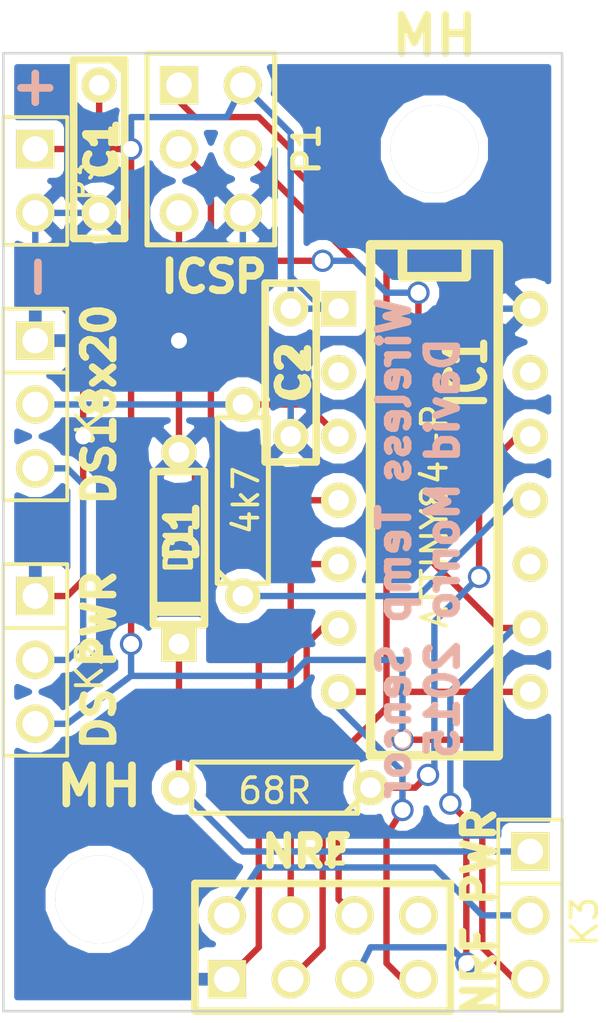
<source format=kicad_pcb>
(kicad_pcb (version 3) (host pcbnew "(25-Oct-2014 BZR 4029)-stable")

  (general
    (links 31)
    (no_connects 0)
    (area -12.683066 13.38072 64.118066 55.4736)
    (thickness 1.6)
    (drawings 17)
    (tracks 153)
    (zones 0)
    (modules 14)
    (nets 15)
  )

  (page A3)
  (layers
    (15 F.Cu signal)
    (0 B.Cu signal)
    (20 B.SilkS user)
    (21 F.SilkS user)
    (22 B.Mask user)
    (23 F.Mask user)
    (24 Dwgs.User user hide)
    (25 Cmts.User user)
    (26 Eco1.User user hide)
    (27 Eco2.User user hide)
    (28 Edge.Cuts user)
  )

  (setup
    (last_trace_width 0.254)
    (trace_clearance 0.254)
    (zone_clearance 0.381)
    (zone_45_only no)
    (trace_min 0.254)
    (segment_width 0.2)
    (edge_width 0.1)
    (via_size 0.889)
    (via_drill 0.635)
    (via_min_size 0.889)
    (via_min_drill 0.508)
    (uvia_size 0.508)
    (uvia_drill 0.127)
    (uvias_allowed no)
    (uvia_min_size 0.508)
    (uvia_min_drill 0.127)
    (pcb_text_width 0.3)
    (pcb_text_size 1.2 1.2)
    (mod_edge_width 0.15)
    (mod_text_size 1 1)
    (mod_text_width 0.15)
    (pad_size 10.16 10.16)
    (pad_drill 6.096)
    (pad_to_mask_clearance 0)
    (aux_axis_origin 15.24 15.24)
    (visible_elements FFFEFFBF)
    (pcbplotparams
      (layerselection 284196865)
      (usegerberextensions true)
      (excludeedgelayer true)
      (linewidth 0.150000)
      (plotframeref false)
      (viasonmask false)
      (mode 1)
      (useauxorigin false)
      (hpglpennumber 1)
      (hpglpenspeed 20)
      (hpglpendiameter 15)
      (hpglpenoverlay 2)
      (psnegative false)
      (psa4output false)
      (plotreference false)
      (plotvalue true)
      (plotothertext true)
      (plotinvisibletext false)
      (padsonsilk false)
      (subtractmaskfromsilk false)
      (outputformat 1)
      (mirror false)
      (drillshape 0)
      (scaleselection 1)
      (outputdirectory ""))
  )

  (net 0 "")
  (net 1 GND)
  (net 2 N-000001)
  (net 3 N-0000010)
  (net 4 N-0000011)
  (net 5 N-0000012)
  (net 6 N-0000013)
  (net 7 N-0000018)
  (net 8 N-000002)
  (net 9 N-000003)
  (net 10 N-000004)
  (net 11 N-000005)
  (net 12 N-000006)
  (net 13 N-000008)
  (net 14 VCC)

  (net_class Default "This is the default net class."
    (clearance 0.254)
    (trace_width 0.254)
    (via_dia 0.889)
    (via_drill 0.635)
    (uvia_dia 0.508)
    (uvia_drill 0.127)
    (add_net "")
    (add_net GND)
    (add_net N-000001)
    (add_net N-0000010)
    (add_net N-0000011)
    (add_net N-0000012)
    (add_net N-0000013)
    (add_net N-0000018)
    (add_net N-000002)
    (add_net N-000003)
    (add_net N-000004)
    (add_net N-000005)
    (add_net N-000006)
    (add_net N-000008)
    (add_net VCC)
  )

  (module R3 (layer F.Cu) (tedit 4E4C0E65) (tstamp 55BC36F9)
    (at 24.765 33.02 90)
    (descr "Resitance 3 pas")
    (tags R)
    (path /559D1B6C)
    (autoplace_cost180 10)
    (fp_text reference R2 (at 0 0.127 90) (layer F.SilkS) hide
      (effects (font (size 1.397 1.27) (thickness 0.2032)))
    )
    (fp_text value 4k7 (at 0 0.127 90) (layer F.SilkS)
      (effects (font (size 1 1) (thickness 0.15)))
    )
    (fp_line (start -3.81 0) (end -3.302 0) (layer F.SilkS) (width 0.2032))
    (fp_line (start 3.81 0) (end 3.302 0) (layer F.SilkS) (width 0.2032))
    (fp_line (start 3.302 0) (end 3.302 -1.016) (layer F.SilkS) (width 0.2032))
    (fp_line (start 3.302 -1.016) (end -3.302 -1.016) (layer F.SilkS) (width 0.2032))
    (fp_line (start -3.302 -1.016) (end -3.302 1.016) (layer F.SilkS) (width 0.2032))
    (fp_line (start -3.302 1.016) (end 3.302 1.016) (layer F.SilkS) (width 0.2032))
    (fp_line (start 3.302 1.016) (end 3.302 0) (layer F.SilkS) (width 0.2032))
    (fp_line (start -3.302 -0.508) (end -2.794 -1.016) (layer F.SilkS) (width 0.2032))
    (pad 1 thru_hole circle (at -3.81 0 90) (size 1.397 1.397) (drill 0.8128)
      (layers *.Cu *.Mask F.SilkS)
      (net 13 N-000008)
    )
    (pad 2 thru_hole circle (at 3.81 0 90) (size 1.397 1.397) (drill 0.8128)
      (layers *.Cu *.Mask F.SilkS)
      (net 3 N-0000010)
    )
    (model discret/resistor.wrl
      (at (xyz 0 0 0))
      (scale (xyz 0.3 0.3 0.3))
      (rotate (xyz 0 0 0))
    )
  )

  (module R3 (layer F.Cu) (tedit 55BE0A20) (tstamp 55BC581D)
    (at 26.035 44.45 180)
    (descr "Resitance 3 pas")
    (tags R)
    (path /559D1CAC)
    (autoplace_cost180 10)
    (fp_text reference R1 (at 0 0.127 180) (layer F.SilkS) hide
      (effects (font (size 1.397 1.27) (thickness 0.2032)))
    )
    (fp_text value 68R (at 0 -0.127 180) (layer F.SilkS)
      (effects (font (size 1 1) (thickness 0.15)))
    )
    (fp_line (start -3.81 0) (end -3.302 0) (layer F.SilkS) (width 0.2032))
    (fp_line (start 3.81 0) (end 3.302 0) (layer F.SilkS) (width 0.2032))
    (fp_line (start 3.302 0) (end 3.302 -1.016) (layer F.SilkS) (width 0.2032))
    (fp_line (start 3.302 -1.016) (end -3.302 -1.016) (layer F.SilkS) (width 0.2032))
    (fp_line (start -3.302 -1.016) (end -3.302 1.016) (layer F.SilkS) (width 0.2032))
    (fp_line (start -3.302 1.016) (end 3.302 1.016) (layer F.SilkS) (width 0.2032))
    (fp_line (start 3.302 1.016) (end 3.302 0) (layer F.SilkS) (width 0.2032))
    (fp_line (start -3.302 -0.508) (end -2.794 -1.016) (layer F.SilkS) (width 0.2032))
    (pad 1 thru_hole circle (at -3.81 0 180) (size 1.397 1.397) (drill 0.8128)
      (layers *.Cu *.Mask F.SilkS)
      (net 7 N-0000018)
    )
    (pad 2 thru_hole circle (at 3.81 0 180) (size 1.397 1.397) (drill 0.8128)
      (layers *.Cu *.Mask F.SilkS)
      (net 12 N-000006)
    )
    (model discret/resistor.wrl
      (at (xyz 0 0 0))
      (scale (xyz 0.3 0.3 0.3))
      (rotate (xyz 0 0 0))
    )
  )

  (module pin_array_4x2 (layer F.Cu) (tedit 3FAB90E6) (tstamp 55BC1EED)
    (at 27.94 50.8)
    (descr "Double rangee de contacts 2 x 4 pins")
    (tags CONN)
    (path /559D1F78)
    (fp_text reference P2 (at 0 -3.81) (layer F.SilkS)
      (effects (font (size 1.016 1.016) (thickness 0.2032)))
    )
    (fp_text value CONN_4X2 (at 0 3.81) (layer F.SilkS) hide
      (effects (font (size 1.016 1.016) (thickness 0.2032)))
    )
    (fp_line (start -5.08 -2.54) (end 5.08 -2.54) (layer F.SilkS) (width 0.3048))
    (fp_line (start 5.08 -2.54) (end 5.08 2.54) (layer F.SilkS) (width 0.3048))
    (fp_line (start 5.08 2.54) (end -5.08 2.54) (layer F.SilkS) (width 0.3048))
    (fp_line (start -5.08 2.54) (end -5.08 -2.54) (layer F.SilkS) (width 0.3048))
    (pad 1 thru_hole rect (at -3.81 1.27) (size 1.524 1.524) (drill 1.016)
      (layers *.Cu *.Mask F.SilkS)
      (net 1 GND)
    )
    (pad 2 thru_hole circle (at -3.81 -1.27) (size 1.524 1.524) (drill 1.016)
      (layers *.Cu *.Mask F.SilkS)
      (net 11 N-000005)
    )
    (pad 3 thru_hole circle (at -1.27 1.27) (size 1.524 1.524) (drill 1.016)
      (layers *.Cu *.Mask F.SilkS)
      (net 5 N-0000012)
    )
    (pad 4 thru_hole circle (at -1.27 -1.27) (size 1.524 1.524) (drill 1.016)
      (layers *.Cu *.Mask F.SilkS)
      (net 6 N-0000013)
    )
    (pad 5 thru_hole circle (at 1.27 1.27) (size 1.524 1.524) (drill 1.016)
      (layers *.Cu *.Mask F.SilkS)
      (net 8 N-000002)
    )
    (pad 6 thru_hole circle (at 1.27 -1.27) (size 1.524 1.524) (drill 1.016)
      (layers *.Cu *.Mask F.SilkS)
      (net 10 N-000004)
    )
    (pad 7 thru_hole circle (at 3.81 1.27) (size 1.524 1.524) (drill 1.016)
      (layers *.Cu *.Mask F.SilkS)
      (net 9 N-000003)
    )
    (pad 8 thru_hole circle (at 3.81 -1.27) (size 1.524 1.524) (drill 1.016)
      (layers *.Cu *.Mask F.SilkS)
    )
    (model pin_array/pins_array_4x2.wrl
      (at (xyz 0 0 0))
      (scale (xyz 1 1 1))
      (rotate (xyz 0 0 0))
    )
  )

  (module pin_array_3x2 (layer F.Cu) (tedit 42931587) (tstamp 55BC1EFB)
    (at 23.495 19.05 270)
    (descr "Double rangee de contacts 2 x 4 pins")
    (tags CONN)
    (path /55BA1EF0)
    (fp_text reference P1 (at 0 -3.81 270) (layer F.SilkS)
      (effects (font (size 1.016 1.016) (thickness 0.2032)))
    )
    (fp_text value CONN_3X2 (at 0 3.81 270) (layer F.SilkS) hide
      (effects (font (size 1.016 1.016) (thickness 0.2032)))
    )
    (fp_line (start 3.81 2.54) (end -3.81 2.54) (layer F.SilkS) (width 0.2032))
    (fp_line (start -3.81 -2.54) (end 3.81 -2.54) (layer F.SilkS) (width 0.2032))
    (fp_line (start 3.81 -2.54) (end 3.81 2.54) (layer F.SilkS) (width 0.2032))
    (fp_line (start -3.81 2.54) (end -3.81 -2.54) (layer F.SilkS) (width 0.2032))
    (pad 1 thru_hole rect (at -2.54 1.27 270) (size 1.524 1.524) (drill 1.016)
      (layers *.Cu *.Mask F.SilkS)
      (net 10 N-000004)
    )
    (pad 2 thru_hole circle (at -2.54 -1.27 270) (size 1.524 1.524) (drill 1.016)
      (layers *.Cu *.Mask F.SilkS)
      (net 14 VCC)
    )
    (pad 3 thru_hole circle (at 0 1.27 270) (size 1.524 1.524) (drill 1.016)
      (layers *.Cu *.Mask F.SilkS)
      (net 8 N-000002)
    )
    (pad 4 thru_hole circle (at 0 -1.27 270) (size 1.524 1.524) (drill 1.016)
      (layers *.Cu *.Mask F.SilkS)
      (net 9 N-000003)
    )
    (pad 5 thru_hole circle (at 2.54 1.27 270) (size 1.524 1.524) (drill 1.016)
      (layers *.Cu *.Mask F.SilkS)
      (net 2 N-000001)
    )
    (pad 6 thru_hole circle (at 2.54 -1.27 270) (size 1.524 1.524) (drill 1.016)
      (layers *.Cu *.Mask F.SilkS)
      (net 1 GND)
    )
    (model pin_array/pins_array_3x2.wrl
      (at (xyz 0 0 0))
      (scale (xyz 1 1 1))
      (rotate (xyz 0 0 0))
    )
  )

  (module PIN_ARRAY_3X1 (layer F.Cu) (tedit 4C1130E0) (tstamp 55BC1F07)
    (at 16.51 29.21 270)
    (descr "Connecteur 3 pins")
    (tags "CONN DEV")
    (path /559D1FD8)
    (fp_text reference K1 (at 0.254 -2.159 270) (layer F.SilkS)
      (effects (font (size 1.016 1.016) (thickness 0.1524)))
    )
    (fp_text value CONN_3 (at 0 -2.159 270) (layer F.SilkS) hide
      (effects (font (size 1.016 1.016) (thickness 0.1524)))
    )
    (fp_line (start -3.81 1.27) (end -3.81 -1.27) (layer F.SilkS) (width 0.1524))
    (fp_line (start -3.81 -1.27) (end 3.81 -1.27) (layer F.SilkS) (width 0.1524))
    (fp_line (start 3.81 -1.27) (end 3.81 1.27) (layer F.SilkS) (width 0.1524))
    (fp_line (start 3.81 1.27) (end -3.81 1.27) (layer F.SilkS) (width 0.1524))
    (fp_line (start -1.27 -1.27) (end -1.27 1.27) (layer F.SilkS) (width 0.1524))
    (pad 1 thru_hole rect (at -2.54 0 270) (size 1.524 1.524) (drill 1.016)
      (layers *.Cu *.Mask F.SilkS)
      (net 1 GND)
    )
    (pad 2 thru_hole circle (at 0 0 270) (size 1.524 1.524) (drill 1.016)
      (layers *.Cu *.Mask F.SilkS)
      (net 3 N-0000010)
    )
    (pad 3 thru_hole circle (at 2.54 0 270) (size 1.524 1.524) (drill 1.016)
      (layers *.Cu *.Mask F.SilkS)
      (net 4 N-0000011)
    )
    (model pin_array/pins_array_3x1.wrl
      (at (xyz 0 0 0))
      (scale (xyz 1 1 1))
      (rotate (xyz 0 0 0))
    )
  )

  (module DIP-14__300 (layer F.Cu) (tedit 55BE09BD) (tstamp 55BC1F20)
    (at 32.385 33.02 270)
    (descr "14 pins DIL package, round pads")
    (tags DIL)
    (path /559D18EB)
    (fp_text reference IC1 (at -5.08 -1.27 270) (layer F.SilkS)
      (effects (font (size 1.524 1.143) (thickness 0.3048)))
    )
    (fp_text value ATTINY84-P (at 0.635 0 270) (layer F.SilkS)
      (effects (font (size 1 1) (thickness 0.15)))
    )
    (fp_line (start -10.16 -2.54) (end 10.16 -2.54) (layer F.SilkS) (width 0.381))
    (fp_line (start 10.16 2.54) (end -10.16 2.54) (layer F.SilkS) (width 0.381))
    (fp_line (start -10.16 2.54) (end -10.16 -2.54) (layer F.SilkS) (width 0.381))
    (fp_line (start -10.16 -1.27) (end -8.89 -1.27) (layer F.SilkS) (width 0.381))
    (fp_line (start -8.89 -1.27) (end -8.89 1.27) (layer F.SilkS) (width 0.381))
    (fp_line (start -8.89 1.27) (end -10.16 1.27) (layer F.SilkS) (width 0.381))
    (fp_line (start 10.16 -2.54) (end 10.16 2.54) (layer F.SilkS) (width 0.381))
    (pad 1 thru_hole rect (at -7.62 3.81 270) (size 1.397 1.397) (drill 0.8128)
      (layers *.Cu *.Mask F.SilkS)
      (net 14 VCC)
    )
    (pad 2 thru_hole circle (at -5.08 3.81 270) (size 1.397 1.397) (drill 0.8128)
      (layers *.Cu *.Mask F.SilkS)
    )
    (pad 3 thru_hole circle (at -2.54 3.81 270) (size 1.397 1.397) (drill 0.8128)
      (layers *.Cu *.Mask F.SilkS)
      (net 3 N-0000010)
    )
    (pad 4 thru_hole circle (at 0 3.81 270) (size 1.397 1.397) (drill 0.8128)
      (layers *.Cu *.Mask F.SilkS)
      (net 2 N-000001)
    )
    (pad 5 thru_hole circle (at 2.54 3.81 270) (size 1.397 1.397) (drill 0.8128)
      (layers *.Cu *.Mask F.SilkS)
      (net 6 N-0000013)
    )
    (pad 6 thru_hole circle (at 5.08 3.81 270) (size 1.397 1.397) (drill 0.8128)
      (layers *.Cu *.Mask F.SilkS)
      (net 5 N-0000012)
    )
    (pad 7 thru_hole circle (at 7.62 3.81 270) (size 1.397 1.397) (drill 0.8128)
      (layers *.Cu *.Mask F.SilkS)
      (net 9 N-000003)
    )
    (pad 8 thru_hole circle (at 7.62 -3.81 270) (size 1.397 1.397) (drill 0.8128)
      (layers *.Cu *.Mask F.SilkS)
      (net 10 N-000004)
    )
    (pad 9 thru_hole circle (at 5.08 -3.81 270) (size 1.397 1.397) (drill 0.8128)
      (layers *.Cu *.Mask F.SilkS)
      (net 8 N-000002)
    )
    (pad 10 thru_hole circle (at 2.54 -3.81 270) (size 1.397 1.397) (drill 0.8128)
      (layers *.Cu *.Mask F.SilkS)
    )
    (pad 11 thru_hole circle (at 0 -3.81 270) (size 1.397 1.397) (drill 0.8128)
      (layers *.Cu *.Mask F.SilkS)
      (net 13 N-000008)
    )
    (pad 12 thru_hole circle (at -2.54 -3.81 270) (size 1.397 1.397) (drill 0.8128)
      (layers *.Cu *.Mask F.SilkS)
      (net 7 N-0000018)
    )
    (pad 13 thru_hole circle (at -5.08 -3.81 270) (size 1.397 1.397) (drill 0.8128)
      (layers *.Cu *.Mask F.SilkS)
    )
    (pad 14 thru_hole circle (at -7.62 -3.81 270) (size 1.397 1.397) (drill 0.8128)
      (layers *.Cu *.Mask F.SilkS)
      (net 1 GND)
    )
    (model dil/dil_14.wrl
      (at (xyz 0 0 0))
      (scale (xyz 1 1 1))
      (rotate (xyz 0 0 0))
    )
  )

  (module PIN_ARRAY_2X1 (layer F.Cu) (tedit 4565C520) (tstamp 55BC2053)
    (at 16.51 20.32 270)
    (descr "Connecteurs 2 pins")
    (tags "CONN DEV")
    (path /55BC1FCA)
    (fp_text reference P3 (at 0 -1.905 270) (layer F.SilkS)
      (effects (font (size 0.762 0.762) (thickness 0.1524)))
    )
    (fp_text value CONN_2 (at 0 -1.905 270) (layer F.SilkS) hide
      (effects (font (size 0.762 0.762) (thickness 0.1524)))
    )
    (fp_line (start -2.54 1.27) (end -2.54 -1.27) (layer F.SilkS) (width 0.1524))
    (fp_line (start -2.54 -1.27) (end 2.54 -1.27) (layer F.SilkS) (width 0.1524))
    (fp_line (start 2.54 -1.27) (end 2.54 1.27) (layer F.SilkS) (width 0.1524))
    (fp_line (start 2.54 1.27) (end -2.54 1.27) (layer F.SilkS) (width 0.1524))
    (pad 1 thru_hole rect (at -1.27 0 270) (size 1.524 1.524) (drill 1.016)
      (layers *.Cu *.Mask F.SilkS)
      (net 14 VCC)
    )
    (pad 2 thru_hole circle (at 1.27 0 270) (size 1.524 1.524) (drill 1.016)
      (layers *.Cu *.Mask F.SilkS)
      (net 1 GND)
    )
    (model pin_array/pins_array_2x1.wrl
      (at (xyz 0 0 0))
      (scale (xyz 1 1 1))
      (rotate (xyz 0 0 0))
    )
  )

  (module D3 (layer F.Cu) (tedit 200000) (tstamp 55BC6442)
    (at 22.225 34.925 270)
    (descr "Diode 3 pas")
    (tags "DIODE DEV")
    (path /559D1D4C)
    (fp_text reference D1 (at 0 0 270) (layer F.SilkS)
      (effects (font (size 1.016 1.016) (thickness 0.2032)))
    )
    (fp_text value 1N4729A (at 0 0 270) (layer F.SilkS) hide
      (effects (font (size 1.016 1.016) (thickness 0.2032)))
    )
    (fp_line (start 3.81 0) (end 3.048 0) (layer F.SilkS) (width 0.3048))
    (fp_line (start 3.048 0) (end 3.048 -1.016) (layer F.SilkS) (width 0.3048))
    (fp_line (start 3.048 -1.016) (end -3.048 -1.016) (layer F.SilkS) (width 0.3048))
    (fp_line (start -3.048 -1.016) (end -3.048 0) (layer F.SilkS) (width 0.3048))
    (fp_line (start -3.048 0) (end -3.81 0) (layer F.SilkS) (width 0.3048))
    (fp_line (start -3.048 0) (end -3.048 1.016) (layer F.SilkS) (width 0.3048))
    (fp_line (start -3.048 1.016) (end 3.048 1.016) (layer F.SilkS) (width 0.3048))
    (fp_line (start 3.048 1.016) (end 3.048 0) (layer F.SilkS) (width 0.3048))
    (fp_line (start 2.54 -1.016) (end 2.54 1.016) (layer F.SilkS) (width 0.3048))
    (fp_line (start 2.286 1.016) (end 2.286 -1.016) (layer F.SilkS) (width 0.3048))
    (pad 2 thru_hole rect (at 3.81 0 270) (size 1.397 1.397) (drill 0.8128)
      (layers *.Cu *.Mask F.SilkS)
      (net 12 N-000006)
    )
    (pad 1 thru_hole circle (at -3.81 0 270) (size 1.397 1.397) (drill 0.8128)
      (layers *.Cu *.Mask F.SilkS)
      (net 1 GND)
    )
    (model discret/diode.wrl
      (at (xyz 0 0 0))
      (scale (xyz 0.3 0.3 0.3))
      (rotate (xyz 0 0 0))
    )
  )

  (module PIN_ARRAY_3X1 (layer F.Cu) (tedit 4C1130E0) (tstamp 55BD8022)
    (at 16.51 39.37 270)
    (descr "Connecteur 3 pins")
    (tags "CONN DEV")
    (path /55BD7EE2)
    (fp_text reference K2 (at 0.254 -2.159 270) (layer F.SilkS)
      (effects (font (size 1.016 1.016) (thickness 0.1524)))
    )
    (fp_text value CONN_3 (at 0 -2.159 270) (layer F.SilkS) hide
      (effects (font (size 1.016 1.016) (thickness 0.1524)))
    )
    (fp_line (start -3.81 1.27) (end -3.81 -1.27) (layer F.SilkS) (width 0.1524))
    (fp_line (start -3.81 -1.27) (end 3.81 -1.27) (layer F.SilkS) (width 0.1524))
    (fp_line (start 3.81 -1.27) (end 3.81 1.27) (layer F.SilkS) (width 0.1524))
    (fp_line (start 3.81 1.27) (end -3.81 1.27) (layer F.SilkS) (width 0.1524))
    (fp_line (start -1.27 -1.27) (end -1.27 1.27) (layer F.SilkS) (width 0.1524))
    (pad 1 thru_hole rect (at -2.54 0 270) (size 1.524 1.524) (drill 1.016)
      (layers *.Cu *.Mask F.SilkS)
      (net 1 GND)
    )
    (pad 2 thru_hole circle (at 0 0 270) (size 1.524 1.524) (drill 1.016)
      (layers *.Cu *.Mask F.SilkS)
      (net 4 N-0000011)
    )
    (pad 3 thru_hole circle (at 2.54 0 270) (size 1.524 1.524) (drill 1.016)
      (layers *.Cu *.Mask F.SilkS)
      (net 14 VCC)
    )
    (model pin_array/pins_array_3x1.wrl
      (at (xyz 0 0 0))
      (scale (xyz 1 1 1))
      (rotate (xyz 0 0 0))
    )
  )

  (module PIN_ARRAY_3X1 (layer F.Cu) (tedit 4C1130E0) (tstamp 55BD802E)
    (at 36.195 49.53 270)
    (descr "Connecteur 3 pins")
    (tags "CONN DEV")
    (path /55BD7FD3)
    (fp_text reference K3 (at 0.254 -2.159 270) (layer F.SilkS)
      (effects (font (size 1.016 1.016) (thickness 0.1524)))
    )
    (fp_text value CONN_3 (at 0 -2.159 270) (layer F.SilkS) hide
      (effects (font (size 1.016 1.016) (thickness 0.1524)))
    )
    (fp_line (start -3.81 1.27) (end -3.81 -1.27) (layer F.SilkS) (width 0.1524))
    (fp_line (start -3.81 -1.27) (end 3.81 -1.27) (layer F.SilkS) (width 0.1524))
    (fp_line (start 3.81 -1.27) (end 3.81 1.27) (layer F.SilkS) (width 0.1524))
    (fp_line (start 3.81 1.27) (end -3.81 1.27) (layer F.SilkS) (width 0.1524))
    (fp_line (start -1.27 -1.27) (end -1.27 1.27) (layer F.SilkS) (width 0.1524))
    (pad 1 thru_hole rect (at -2.54 0 270) (size 1.524 1.524) (drill 1.016)
      (layers *.Cu *.Mask F.SilkS)
      (net 12 N-000006)
    )
    (pad 2 thru_hole circle (at 0 0 270) (size 1.524 1.524) (drill 1.016)
      (layers *.Cu *.Mask F.SilkS)
      (net 11 N-000005)
    )
    (pad 3 thru_hole circle (at 2.54 0 270) (size 1.524 1.524) (drill 1.016)
      (layers *.Cu *.Mask F.SilkS)
      (net 14 VCC)
    )
    (model pin_array/pins_array_3x1.wrl
      (at (xyz 0 0 0))
      (scale (xyz 1 1 1))
      (rotate (xyz 0 0 0))
    )
  )

  (module MountingHole_3-5mm_RevA_Date21Jun2010 (layer F.Cu) (tedit 4C1FDF2D) (tstamp 55BF7BCA)
    (at 32.385 19.05)
    (descr "Mounting hole, Befestigungsbohrung, 3,5mm, No Annular, Kein Restring,")
    (tags "Mounting hole, Befestigungsbohrung, 3,5mm, No Annular, Kein Restring,")
    (fp_text reference MH (at 0 -4.50088) (layer F.SilkS)
      (effects (font (size 1.524 1.524) (thickness 0.3048)))
    )
    (fp_text value MountingHole_3-5mm_RevA_Date21Jun2010 (at 0 5.00126) (layer F.SilkS) hide
      (effects (font (size 1.524 1.524) (thickness 0.3048)))
    )
    (fp_circle (center 0 0) (end 3.50012 0) (layer Cmts.User) (width 0.381))
    (pad 1 thru_hole circle (at 0 0) (size 3.50012 3.50012) (drill 3.50012)
      (layers)
    )
  )

  (module MountingHole_3-5mm_RevA_Date21Jun2010 (layer F.Cu) (tedit 4C1FDF2D) (tstamp 55BF7BD5)
    (at 19.05 48.895)
    (descr "Mounting hole, Befestigungsbohrung, 3,5mm, No Annular, Kein Restring,")
    (tags "Mounting hole, Befestigungsbohrung, 3,5mm, No Annular, Kein Restring,")
    (fp_text reference MH (at 0 -4.50088) (layer F.SilkS)
      (effects (font (size 1.524 1.524) (thickness 0.3048)))
    )
    (fp_text value MountingHole_3-5mm_RevA_Date21Jun2010 (at 0 5.00126) (layer F.SilkS) hide
      (effects (font (size 1.524 1.524) (thickness 0.3048)))
    )
    (fp_circle (center 0 0) (end 3.50012 0) (layer Cmts.User) (width 0.381))
    (pad 1 thru_hole circle (at 0 0) (size 3.50012 3.50012) (drill 3.50012)
      (layers)
    )
  )

  (module C2 (layer F.Cu) (tedit 200000) (tstamp 55BF5062)
    (at 26.67 27.94 270)
    (descr "Condensateur = 2 pas")
    (tags C)
    (path /55BF4F9D)
    (fp_text reference C2 (at 0 0 270) (layer F.SilkS)
      (effects (font (size 1.016 1.016) (thickness 0.2032)))
    )
    (fp_text value 100nF (at 0 0 270) (layer F.SilkS) hide
      (effects (font (size 1.016 1.016) (thickness 0.2032)))
    )
    (fp_line (start -3.556 -1.016) (end 3.556 -1.016) (layer F.SilkS) (width 0.3048))
    (fp_line (start 3.556 -1.016) (end 3.556 1.016) (layer F.SilkS) (width 0.3048))
    (fp_line (start 3.556 1.016) (end -3.556 1.016) (layer F.SilkS) (width 0.3048))
    (fp_line (start -3.556 1.016) (end -3.556 -1.016) (layer F.SilkS) (width 0.3048))
    (fp_line (start -3.556 -0.508) (end -3.048 -1.016) (layer F.SilkS) (width 0.3048))
    (pad 1 thru_hole circle (at -2.54 0 270) (size 1.397 1.397) (drill 0.8128)
      (layers *.Cu *.Mask F.SilkS)
      (net 14 VCC)
    )
    (pad 2 thru_hole circle (at 2.54 0 270) (size 1.397 1.397) (drill 0.8128)
      (layers *.Cu *.Mask F.SilkS)
      (net 1 GND)
    )
    (model discret/capa_2pas_5x5mm.wrl
      (at (xyz 0 0 0))
      (scale (xyz 1 1 1))
      (rotate (xyz 0 0 0))
    )
  )

  (module C2 (layer F.Cu) (tedit 200000) (tstamp 55BF506D)
    (at 19.05 19.05 270)
    (descr "Condensateur = 2 pas")
    (tags C)
    (path /55BF4FAC)
    (fp_text reference C1 (at 0 0 270) (layer F.SilkS)
      (effects (font (size 1.016 1.016) (thickness 0.2032)))
    )
    (fp_text value 1uF (at 0 0 270) (layer F.SilkS) hide
      (effects (font (size 1.016 1.016) (thickness 0.2032)))
    )
    (fp_line (start -3.556 -1.016) (end 3.556 -1.016) (layer F.SilkS) (width 0.3048))
    (fp_line (start 3.556 -1.016) (end 3.556 1.016) (layer F.SilkS) (width 0.3048))
    (fp_line (start 3.556 1.016) (end -3.556 1.016) (layer F.SilkS) (width 0.3048))
    (fp_line (start -3.556 1.016) (end -3.556 -1.016) (layer F.SilkS) (width 0.3048))
    (fp_line (start -3.556 -0.508) (end -3.048 -1.016) (layer F.SilkS) (width 0.3048))
    (pad 1 thru_hole circle (at -2.54 0 270) (size 1.397 1.397) (drill 0.8128)
      (layers *.Cu *.Mask F.SilkS)
      (net 14 VCC)
    )
    (pad 2 thru_hole circle (at 2.54 0 270) (size 1.397 1.397) (drill 0.8128)
      (layers *.Cu *.Mask F.SilkS)
      (net 1 GND)
    )
    (model discret/capa_2pas_5x5mm.wrl
      (at (xyz 0 0 0))
      (scale (xyz 1 1 1))
      (rotate (xyz 0 0 0))
    )
  )

  (gr_text C1 (at 19.177 19.05 90) (layer F.SilkS)
    (effects (font (size 1.2 1.2) (thickness 0.3)))
  )
  (gr_text C2 (at 26.797 27.94 90) (layer F.SilkS)
    (effects (font (size 1.2 1.2) (thickness 0.3)))
  )
  (gr_text "NRF PWR" (at 34.163 49.403 90) (layer F.SilkS)
    (effects (font (size 1.2 1.2) (thickness 0.3)))
  )
  (gr_text "DS PWR" (at 19.05 39.37 90) (layer F.SilkS)
    (effects (font (size 1.2 1.2) (thickness 0.3)))
  )
  (gr_line (start 15.24 53.34) (end 15.24 15.24) (angle 90) (layer Edge.Cuts) (width 0.1))
  (gr_line (start 37.465 53.34) (end 15.24 53.34) (angle 90) (layer Edge.Cuts) (width 0.1))
  (gr_line (start 37.465 15.24) (end 37.465 53.34) (angle 90) (layer Edge.Cuts) (width 0.1))
  (gr_line (start 15.24 15.24) (end 37.465 15.24) (angle 90) (layer Edge.Cuts) (width 0.1))
  (gr_text NRF (at 27.305 46.99) (layer F.SilkS)
    (effects (font (size 1.2 1.2) (thickness 0.3)))
  )
  (gr_text DS18x20 (at 19.05 29.21 90) (layer F.SilkS)
    (effects (font (size 1.2 1.2) (thickness 0.3)))
  )
  (gr_text D1 (at 22.352 34.29 90) (layer F.SilkS)
    (effects (font (size 1.2 1.2) (thickness 0.3)))
  )
  (gr_text ICSP (at 23.622 24.13) (layer F.SilkS)
    (effects (font (size 1.2 1.2) (thickness 0.3)))
  )
  (gr_text - (at 16.51 24.13 90) (layer B.SilkS)
    (effects (font (size 1.5 1.5) (thickness 0.3)) (justify mirror))
  )
  (gr_text + (at 16.51 16.51) (layer B.SilkS)
    (effects (font (size 1.5 1.5) (thickness 0.3)) (justify mirror))
  )
  (gr_text - (at 16.51 24.13 90) (layer F.SilkS)
    (effects (font (size 1.5 1.5) (thickness 0.3)))
  )
  (gr_text + (at 16.51 16.51) (layer F.SilkS)
    (effects (font (size 1.5 1.5) (thickness 0.3)))
  )
  (gr_text "Wireless Temp Sensor\nDavid Monro 2015" (at 31.75 34.925 90) (layer B.SilkS)
    (effects (font (size 1.2 1.2) (thickness 0.3)) (justify mirror))
  )

  (via (at 18.415 30.48) (size 0.889) (layers F.Cu B.Cu) (net 1))
  (segment (start 26.67 26.67) (end 26.67 30.48) (width 0.254) (layer B.Cu) (net 1))
  (segment (start 19.05 21.59) (end 16.51 21.59) (width 0.254) (layer B.Cu) (net 1))
  (segment (start 25.4 41.275) (end 25.4 39.37) (width 0.254) (layer F.Cu) (net 1))
  (segment (start 25.4 50.8) (end 25.4 41.275) (width 0.254) (layer F.Cu) (net 1) (tstamp 55BE6459))
  (segment (start 24.13 52.07) (end 25.4 50.8) (width 0.254) (layer F.Cu) (net 1) (status 10))
  (segment (start 22.86 31.75) (end 22.225 31.115) (width 0.254) (layer F.Cu) (net 1) (tstamp 55BE64B8) (status 20))
  (segment (start 22.86 36.83) (end 22.86 31.75) (width 0.254) (layer F.Cu) (net 1) (tstamp 55BE64B6))
  (segment (start 25.4 39.37) (end 22.86 36.83) (width 0.254) (layer F.Cu) (net 1) (tstamp 55BE64B4))
  (segment (start 22.225 31.115) (end 22.225 26.67) (width 0.254) (layer F.Cu) (net 1) (status 10))
  (via (at 22.225 26.67) (size 0.889) (layers F.Cu B.Cu) (net 1))
  (segment (start 30.48 26.67) (end 26.67 26.67) (width 0.254) (layer B.Cu) (net 1) (tstamp 55BD89E3))
  (segment (start 26.67 26.67) (end 24.765 26.67) (width 0.254) (layer B.Cu) (net 1) (tstamp 55BF5159))
  (segment (start 16.51 26.67) (end 17.145 26.67) (width 0.254) (layer F.Cu) (net 1) (status 30))
  (segment (start 18.415 27.305) (end 18.415 30.48) (width 0.254) (layer F.Cu) (net 1) (tstamp 55BD869C))
  (segment (start 18.415 30.48) (end 18.415 36.195) (width 0.254) (layer F.Cu) (net 1) (tstamp 55BF5270))
  (segment (start 17.145 26.67) (end 17.78 26.67) (width 0.254) (layer F.Cu) (net 1) (tstamp 55BD8698) (status 10))
  (segment (start 17.78 26.67) (end 18.415 27.305) (width 0.254) (layer F.Cu) (net 1) (tstamp 55BE6575) (status 10))
  (segment (start 16.51 36.83) (end 17.78 36.83) (width 0.254) (layer F.Cu) (net 1) (status 10))
  (segment (start 17.78 36.83) (end 18.415 36.195) (width 0.254) (layer F.Cu) (net 1) (tstamp 55BE656E) (status 10))
  (segment (start 16.51 21.59) (end 16.51 26.67) (width 0.254) (layer B.Cu) (net 1) (status 10))
  (segment (start 16.51 26.67) (end 22.225 26.67) (width 0.254) (layer B.Cu) (net 1) (tstamp 55BC5010) (status 10))
  (segment (start 22.225 26.67) (end 24.765 26.67) (width 0.254) (layer B.Cu) (net 1) (tstamp 55BD8D12) (status 10))
  (segment (start 36.195 25.4) (end 32.385 25.4) (width 0.254) (layer B.Cu) (net 1) (status 10))
  (segment (start 24.765 25.4) (end 24.765 21.59) (width 0.254) (layer B.Cu) (net 1) (tstamp 55BC4DB1) (status 20))
  (segment (start 24.765 26.67) (end 24.765 25.4) (width 0.254) (layer B.Cu) (net 1) (tstamp 55BC4DAF))
  (segment (start 31.115 26.67) (end 30.48 26.67) (width 0.254) (layer B.Cu) (net 1) (tstamp 55BC4DAD))
  (segment (start 32.385 25.4) (end 31.115 26.67) (width 0.254) (layer B.Cu) (net 1) (tstamp 55BC4DAA))
  (segment (start 22.225 21.59) (end 22.225 24.765) (width 0.254) (layer F.Cu) (net 2))
  (segment (start 26.035 33.02) (end 28.575 33.02) (width 0.254) (layer F.Cu) (net 2) (tstamp 55BF5190))
  (segment (start 23.495 30.48) (end 26.035 33.02) (width 0.254) (layer F.Cu) (net 2) (tstamp 55BF518B))
  (segment (start 23.495 26.035) (end 23.495 30.48) (width 0.254) (layer F.Cu) (net 2) (tstamp 55BF5186))
  (segment (start 22.225 24.765) (end 23.495 26.035) (width 0.254) (layer F.Cu) (net 2) (tstamp 55BF517C))
  (segment (start 24.765 29.21) (end 27.305 29.21) (width 0.254) (layer F.Cu) (net 3))
  (segment (start 27.305 29.21) (end 28.575 30.48) (width 0.254) (layer F.Cu) (net 3) (tstamp 55BF5170))
  (segment (start 24.765 29.21) (end 16.51 29.21) (width 0.254) (layer B.Cu) (net 3) (status 10))
  (segment (start 16.51 39.37) (end 17.78 39.37) (width 0.254) (layer B.Cu) (net 4) (status 10))
  (segment (start 17.78 31.75) (end 16.51 31.75) (width 0.254) (layer B.Cu) (net 4) (tstamp 55BD8244) (status 20))
  (segment (start 18.415 32.385) (end 17.78 31.75) (width 0.254) (layer B.Cu) (net 4) (tstamp 55BD8242))
  (segment (start 18.415 38.735) (end 18.415 32.385) (width 0.254) (layer B.Cu) (net 4) (tstamp 55BD823F))
  (segment (start 17.78 39.37) (end 18.415 38.735) (width 0.254) (layer B.Cu) (net 4) (tstamp 55BD823B))
  (segment (start 27.94 50.8) (end 27.94 42.545) (width 0.254) (layer F.Cu) (net 5))
  (segment (start 27.94 38.1) (end 28.575 38.1) (width 0.254) (layer F.Cu) (net 5) (tstamp 55BF7C61))
  (segment (start 27.305 38.735) (end 27.94 38.1) (width 0.254) (layer F.Cu) (net 5) (tstamp 55BF7C60))
  (segment (start 27.305 41.91) (end 27.305 38.735) (width 0.254) (layer F.Cu) (net 5) (tstamp 55BF7C5F))
  (segment (start 27.94 42.545) (end 27.305 41.91) (width 0.254) (layer F.Cu) (net 5) (tstamp 55BF7C5E))
  (segment (start 27.94 50.8) (end 26.67 52.07) (width 0.254) (layer F.Cu) (net 5) (tstamp 55BE642A) (status 20))
  (segment (start 27.94 50.8) (end 27.94 50.8) (width 0.254) (layer F.Cu) (net 5) (tstamp 55BF7C51))
  (segment (start 27.94 50.8) (end 27.94 50.8) (width 0.254) (layer F.Cu) (net 5) (tstamp 55BF7C31))
  (segment (start 28.575 35.56) (end 27.305 35.56) (width 0.254) (layer F.Cu) (net 6))
  (segment (start 26.67 36.195) (end 26.67 49.53) (width 0.254) (layer F.Cu) (net 6) (tstamp 55BE6425) (status 20))
  (segment (start 27.305 35.56) (end 26.67 36.195) (width 0.254) (layer F.Cu) (net 6) (tstamp 55BE6424))
  (segment (start 29.845 44.45) (end 31.623 44.45) (width 0.254) (layer F.Cu) (net 7))
  (segment (start 35.687 30.48) (end 36.195 30.48) (width 0.254) (layer F.Cu) (net 7) (tstamp 55BD8FEE))
  (segment (start 34.163 32.004) (end 35.687 30.48) (width 0.254) (layer F.Cu) (net 7) (tstamp 55BD8FE7))
  (segment (start 34.163 36.068) (end 34.163 32.004) (width 0.254) (layer F.Cu) (net 7) (tstamp 55BD8FE6))
  (via (at 34.163 36.068) (size 0.889) (layers F.Cu B.Cu) (net 7))
  (segment (start 32.385 37.846) (end 34.163 36.068) (width 0.254) (layer B.Cu) (net 7) (tstamp 55BD8FDE))
  (segment (start 32.385 43.688) (end 32.385 37.846) (width 0.254) (layer B.Cu) (net 7) (tstamp 55BD8FD6))
  (segment (start 32.131 43.942) (end 32.385 43.688) (width 0.254) (layer B.Cu) (net 7) (tstamp 55BD8FD5))
  (via (at 32.131 43.942) (size 0.889) (layers F.Cu B.Cu) (net 7))
  (segment (start 31.623 44.45) (end 32.131 43.942) (width 0.254) (layer F.Cu) (net 7) (tstamp 55BD8FCC))
  (segment (start 23.495 22.86) (end 23.495 20.32) (width 0.254) (layer F.Cu) (net 8))
  (via (at 27.94 23.495) (size 0.889) (layers F.Cu B.Cu) (net 8))
  (segment (start 27.94 23.495) (end 29.21 23.495) (width 0.254) (layer B.Cu) (net 8) (tstamp 55BD8F65))
  (segment (start 31.75 24.765) (end 30.48 24.765) (width 0.254) (layer B.Cu) (net 8) (tstamp 55BE6536))
  (segment (start 29.845 24.13) (end 30.48 24.765) (width 0.254) (layer B.Cu) (net 8) (tstamp 55BE6406))
  (segment (start 29.21 23.495) (end 29.845 24.13) (width 0.254) (layer B.Cu) (net 8) (tstamp 55BD8F66))
  (segment (start 23.495 22.86) (end 24.13 23.495) (width 0.254) (layer F.Cu) (net 8) (tstamp 55BD8F51))
  (segment (start 24.13 23.495) (end 27.94 23.495) (width 0.254) (layer F.Cu) (net 8) (tstamp 55BE63E7))
  (segment (start 23.495 20.32) (end 22.225 19.05) (width 0.254) (layer F.Cu) (net 8) (tstamp 55BF7D03))
  (via (at 31.75 24.765) (size 0.889) (layers F.Cu B.Cu) (net 8))
  (segment (start 31.75 24.765) (end 31.75 24.765) (width 0.254) (layer B.Cu) (net 8) (tstamp 55BD8F6D))
  (segment (start 34.925 38.1) (end 36.195 38.1) (width 0.254) (layer F.Cu) (net 8) (tstamp 55BD8F7E))
  (segment (start 31.75 34.925) (end 34.925 38.1) (width 0.254) (layer F.Cu) (net 8) (tstamp 55BD8F74))
  (segment (start 31.75 24.765) (end 31.75 34.925) (width 0.254) (layer F.Cu) (net 8) (tstamp 55BD8F73))
  (segment (start 36.195 38.1) (end 35.56 38.1) (width 0.254) (layer B.Cu) (net 8) (status 30))
  (segment (start 35.56 38.1) (end 33.02 40.64) (width 0.254) (layer B.Cu) (net 8) (tstamp 55BD8A6D) (status 10))
  (segment (start 29.845 50.8) (end 29.21 52.07) (width 0.254) (layer B.Cu) (net 8) (tstamp 55BD8AB4) (status 20))
  (segment (start 33.02 50.8) (end 29.845 50.8) (width 0.254) (layer B.Cu) (net 8) (tstamp 55BD8AB3))
  (segment (start 33.655 51.435) (end 33.02 50.8) (width 0.254) (layer B.Cu) (net 8) (tstamp 55BD8AB2))
  (via (at 33.655 51.435) (size 0.889) (layers F.Cu B.Cu) (net 8))
  (segment (start 33.02 45.085) (end 33.655 45.72) (width 0.254) (layer F.Cu) (net 8) (tstamp 55BD8AAE))
  (segment (start 33.655 45.72) (end 33.655 51.435) (width 0.254) (layer F.Cu) (net 8) (tstamp 55BF7C7F))
  (via (at 33.02 45.085) (size 0.889) (layers F.Cu B.Cu) (net 8))
  (segment (start 33.02 40.64) (end 33.02 45.085) (width 0.254) (layer B.Cu) (net 8) (tstamp 55BD8A7B))
  (segment (start 24.765 19.05) (end 27.305 21.59) (width 0.254) (layer F.Cu) (net 9) (status 10))
  (segment (start 27.305 21.59) (end 29.845 24.13) (width 0.254) (layer F.Cu) (net 9) (tstamp 55BE6500))
  (segment (start 29.845 24.13) (end 29.845 40.64) (width 0.254) (layer F.Cu) (net 9) (tstamp 55BC4EC2))
  (segment (start 28.575 41.275) (end 31.115 43.815) (width 0.254) (layer B.Cu) (net 9) (tstamp 55BE649E))
  (segment (start 31.115 43.815) (end 31.115 45.339) (width 0.254) (layer B.Cu) (net 9) (tstamp 55BE649F))
  (via (at 31.115 45.339) (size 0.889) (layers F.Cu B.Cu) (net 9))
  (segment (start 28.575 41.275) (end 28.575 40.64) (width 0.254) (layer B.Cu) (net 9))
  (segment (start 30.48 46.355) (end 31.115 45.339) (width 0.254) (layer F.Cu) (net 9) (tstamp 55BF7C93))
  (segment (start 30.48 51.435) (end 30.48 46.355) (width 0.254) (layer F.Cu) (net 9) (tstamp 55BF7C92))
  (segment (start 29.845 40.64) (end 28.575 40.64) (width 0.254) (layer F.Cu) (net 9) (tstamp 55BC4EC6) (status 20))
  (segment (start 31.75 52.07) (end 31.115 52.07) (width 0.254) (layer F.Cu) (net 9))
  (segment (start 31.115 52.07) (end 30.48 51.435) (width 0.254) (layer F.Cu) (net 9) (tstamp 55BF7C91))
  (segment (start 22.225 16.51) (end 22.225 17.145) (width 0.254) (layer F.Cu) (net 10))
  (segment (start 30.48 23.495) (end 26.67 19.685) (width 0.254) (layer F.Cu) (net 10) (tstamp 55BE6569))
  (segment (start 30.48 40.005) (end 30.48 40.64) (width 0.254) (layer F.Cu) (net 10) (tstamp 55BE63C1))
  (segment (start 30.48 24.13) (end 30.48 40.005) (width 0.254) (layer F.Cu) (net 10) (tstamp 55BE63C0))
  (segment (start 30.48 24.13) (end 30.48 23.495) (width 0.254) (layer F.Cu) (net 10))
  (segment (start 26.67 19.05) (end 26.67 19.685) (width 0.254) (layer F.Cu) (net 10) (tstamp 55BF7CFB))
  (segment (start 25.4 17.78) (end 26.67 19.05) (width 0.254) (layer F.Cu) (net 10) (tstamp 55BF7CFA))
  (segment (start 22.86 17.78) (end 25.4 17.78) (width 0.254) (layer F.Cu) (net 10) (tstamp 55BF7CF9))
  (segment (start 22.225 17.145) (end 22.86 17.78) (width 0.254) (layer F.Cu) (net 10) (tstamp 55BF7CF8))
  (segment (start 30.48 40.64) (end 30.48 41.275) (width 0.254) (layer F.Cu) (net 10))
  (segment (start 28.575 43.18) (end 28.575 48.895) (width 0.254) (layer F.Cu) (net 10) (tstamp 55BD932C))
  (segment (start 28.575 48.895) (end 29.21 49.53) (width 0.254) (layer F.Cu) (net 10) (tstamp 55BD932E) (status 20))
  (segment (start 30.48 41.275) (end 28.575 43.18) (width 0.254) (layer F.Cu) (net 10) (tstamp 55BE6471))
  (segment (start 30.48 40.64) (end 32.385 40.64) (width 0.254) (layer F.Cu) (net 10) (tstamp 55BE63C2))
  (segment (start 32.385 40.64) (end 36.195 40.64) (width 0.254) (layer F.Cu) (net 10) (tstamp 55BD8EFA))
  (segment (start 36.195 49.53) (end 34.29 49.53) (width 0.254) (layer B.Cu) (net 11))
  (segment (start 25.4 47.625) (end 24.13 49.53) (width 0.254) (layer B.Cu) (net 11) (tstamp 55BE643E) (status 20))
  (segment (start 32.385 47.625) (end 25.4 47.625) (width 0.254) (layer B.Cu) (net 11) (tstamp 55BE643D))
  (segment (start 34.29 49.53) (end 32.385 47.625) (width 0.254) (layer B.Cu) (net 11) (tstamp 55BE643C))
  (segment (start 36.195 46.99) (end 24.765 46.99) (width 0.254) (layer B.Cu) (net 12))
  (segment (start 24.13 46.355) (end 22.225 44.45) (width 0.254) (layer B.Cu) (net 12) (tstamp 55BE6442))
  (segment (start 24.765 46.99) (end 24.13 46.355) (width 0.254) (layer B.Cu) (net 12) (tstamp 55BE6481))
  (segment (start 22.225 38.735) (end 22.225 44.45) (width 0.254) (layer F.Cu) (net 12) (status 10))
  (segment (start 24.765 36.83) (end 31.75 36.83) (width 0.254) (layer B.Cu) (net 13))
  (segment (start 35.56 33.02) (end 36.195 33.02) (width 0.254) (layer B.Cu) (net 13) (tstamp 55BF5328))
  (segment (start 31.75 36.83) (end 35.56 33.02) (width 0.254) (layer B.Cu) (net 13) (tstamp 55BF5319))
  (via (at 31.115 42.545) (size 0.889) (layers F.Cu B.Cu) (net 14))
  (segment (start 31.115 42.545) (end 34.29 42.545) (width 0.254) (layer F.Cu) (net 14) (tstamp 55BE6477))
  (segment (start 34.29 42.545) (end 34.29 50.8) (width 0.254) (layer F.Cu) (net 14) (tstamp 55BE6478))
  (segment (start 34.29 50.8) (end 35.56 52.07) (width 0.254) (layer F.Cu) (net 14) (tstamp 55BE6479))
  (segment (start 36.195 52.07) (end 35.56 52.07) (width 0.254) (layer F.Cu) (net 14) (tstamp 55BE647A))
  (segment (start 19.05 16.51) (end 19.05 19.05) (width 0.254) (layer F.Cu) (net 14))
  (segment (start 16.51 19.05) (end 19.05 19.05) (width 0.254) (layer F.Cu) (net 14))
  (segment (start 19.05 19.05) (end 20.32 19.05) (width 0.254) (layer F.Cu) (net 14) (tstamp 55BF566A))
  (segment (start 26.67 24.13) (end 26.67 25.4) (width 0.254) (layer B.Cu) (net 14))
  (segment (start 26.67 25.4) (end 28.575 25.4) (width 0.254) (layer B.Cu) (net 14) (tstamp 55BF5143))
  (segment (start 31.115 39.37) (end 27.305 39.37) (width 0.254) (layer B.Cu) (net 14))
  (segment (start 31.115 39.37) (end 31.115 42.545) (width 0.254) (layer B.Cu) (net 14) (tstamp 55BE6474))
  (segment (start 26.67 40.005) (end 20.32 40.005) (width 0.254) (layer B.Cu) (net 14) (tstamp 55BE64D8))
  (segment (start 27.305 39.37) (end 26.67 40.005) (width 0.254) (layer B.Cu) (net 14) (tstamp 55BE64D7))
  (segment (start 28.575 25.4) (end 27.94 25.4) (width 0.254) (layer B.Cu) (net 14))
  (segment (start 26.67 18.415) (end 24.765 16.51) (width 0.254) (layer B.Cu) (net 14) (tstamp 55BD92CE) (status 20))
  (segment (start 26.67 19.685) (end 26.67 18.415) (width 0.254) (layer B.Cu) (net 14) (tstamp 55BD92CD))
  (segment (start 26.67 24.13) (end 26.67 19.685) (width 0.254) (layer B.Cu) (net 14) (tstamp 55BD92C5))
  (segment (start 27.94 25.4) (end 26.67 24.13) (width 0.254) (layer B.Cu) (net 14) (tstamp 55BD92BE))
  (segment (start 16.51 41.91) (end 17.78 41.91) (width 0.254) (layer B.Cu) (net 14) (status 10))
  (via (at 20.32 19.05) (size 0.889) (layers F.Cu B.Cu) (net 14))
  (segment (start 20.32 38.735) (end 20.32 19.05) (width 0.254) (layer F.Cu) (net 14) (tstamp 55BD863E))
  (via (at 20.32 38.735) (size 0.889) (layers F.Cu B.Cu) (net 14))
  (segment (start 20.32 40.005) (end 20.32 38.735) (width 0.254) (layer B.Cu) (net 14) (tstamp 55BD8635))
  (segment (start 17.78 41.91) (end 20.32 40.005) (width 0.254) (layer B.Cu) (net 14) (tstamp 55BD8631))
  (segment (start 20.32 19.05) (end 20.32 19.05) (width 0.254) (layer B.Cu) (net 14) (tstamp 55BD85D9))
  (segment (start 24.13 17.78) (end 24.765 16.51) (width 0.254) (layer B.Cu) (net 14) (tstamp 55BC60B6) (status 20))
  (segment (start 20.32 19.05) (end 20.32 17.78) (width 0.254) (layer B.Cu) (net 14) (tstamp 55BD8646))
  (segment (start 20.32 17.78) (end 24.13 17.78) (width 0.254) (layer B.Cu) (net 14) (tstamp 55BF7CC8))

  (zone (net 1) (net_name GND) (layer B.Cu) (tstamp 55BE2822) (hatch edge 0.508)
    (connect_pads (clearance 0.381))
    (min_thickness 0.254)
    (fill (arc_segments 16) (thermal_gap 0.508) (thermal_bridge_width 0.508))
    (polygon
      (pts
        (xy 37.465 53.34) (xy 15.24 53.34) (xy 15.24 15.24) (xy 37.465 15.24)
      )
    )
    (filled_polygon
      (pts
        (xy 17.78 35.678076) (xy 17.632168 35.529987) (xy 17.398864 35.433111) (xy 17.146245 35.43289) (xy 16.79575 35.433)
        (xy 16.637 35.59175) (xy 16.637 36.703) (xy 16.657 36.703) (xy 16.657 36.957) (xy 16.637 36.957)
        (xy 16.637 36.977) (xy 16.383 36.977) (xy 16.383 36.957) (xy 16.363 36.957) (xy 16.363 36.703)
        (xy 16.383 36.703) (xy 16.383 35.59175) (xy 16.22425 35.433) (xy 15.873755 35.43289) (xy 15.798 35.432956)
        (xy 15.798 32.829486) (xy 16.256273 33.019778) (xy 16.76151 33.020219) (xy 17.228457 32.827281) (xy 17.586025 32.470336)
        (xy 17.590803 32.458828) (xy 17.78 32.648025) (xy 17.78 35.678076)
      )
    )
    (filled_polygon
      (pts
        (xy 36.907 32.025505) (xy 36.879319 31.997776) (xy 36.43604 31.813711) (xy 35.956065 31.813292) (xy 35.512466 31.996583)
        (xy 35.172776 32.335681) (xy 35.049562 32.632412) (xy 34.643451 33.038523) (xy 34.643451 18.602815) (xy 34.300406 17.772583)
        (xy 33.665758 17.136826) (xy 32.836126 16.792333) (xy 31.937815 16.791549) (xy 31.107583 17.134594) (xy 30.471826 17.769242)
        (xy 30.127333 18.598874) (xy 30.126549 19.497185) (xy 30.469594 20.327417) (xy 31.104242 20.963174) (xy 31.933874 21.307667)
        (xy 32.832185 21.308451) (xy 33.662417 20.965406) (xy 34.298174 20.330758) (xy 34.642667 19.501126) (xy 34.643451 18.602815)
        (xy 34.643451 33.038523) (xy 31.486974 36.195) (xy 29.617702 36.195) (xy 29.781289 35.80104) (xy 29.781708 35.321065)
        (xy 29.781708 32.781065) (xy 29.781708 30.241065) (xy 29.781708 27.701065) (xy 29.598417 27.257466) (xy 29.259319 26.917776)
        (xy 28.81604 26.733711) (xy 28.336065 26.733292) (xy 27.892466 26.916583) (xy 27.552776 27.255681) (xy 27.368711 27.69896)
        (xy 27.368292 28.178935) (xy 27.551583 28.622534) (xy 27.890681 28.962224) (xy 28.33396 29.146289) (xy 28.813935 29.146708)
        (xy 29.257534 28.963417) (xy 29.597224 28.624319) (xy 29.781289 28.18104) (xy 29.781708 27.701065) (xy 29.781708 30.241065)
        (xy 29.598417 29.797466) (xy 29.259319 29.457776) (xy 28.81604 29.273711) (xy 28.336065 29.273292) (xy 27.892466 29.456583)
        (xy 27.619219 29.729352) (xy 27.604186 29.725419) (xy 26.849605 30.48) (xy 27.604186 31.234581) (xy 27.619503 31.230572)
        (xy 27.890681 31.502224) (xy 28.33396 31.686289) (xy 28.813935 31.686708) (xy 29.257534 31.503417) (xy 29.597224 31.164319)
        (xy 29.781289 30.72104) (xy 29.781708 30.241065) (xy 29.781708 32.781065) (xy 29.598417 32.337466) (xy 29.259319 31.997776)
        (xy 28.81604 31.813711) (xy 28.336065 31.813292) (xy 27.892466 31.996583) (xy 27.552776 32.335681) (xy 27.424581 32.644409)
        (xy 27.424581 31.414186) (xy 26.67 30.659605) (xy 25.915419 31.414186) (xy 25.977072 31.649798) (xy 26.47748 31.825924)
        (xy 27.007198 31.797146) (xy 27.362928 31.649798) (xy 27.424581 31.414186) (xy 27.424581 32.644409) (xy 27.368711 32.77896)
        (xy 27.368292 33.258935) (xy 27.551583 33.702534) (xy 27.890681 34.042224) (xy 28.33396 34.226289) (xy 28.813935 34.226708)
        (xy 29.257534 34.043417) (xy 29.597224 33.704319) (xy 29.781289 33.26104) (xy 29.781708 32.781065) (xy 29.781708 35.321065)
        (xy 29.598417 34.877466) (xy 29.259319 34.537776) (xy 28.81604 34.353711) (xy 28.336065 34.353292) (xy 27.892466 34.536583)
        (xy 27.552776 34.875681) (xy 27.368711 35.31896) (xy 27.368292 35.798935) (xy 27.531942 36.195) (xy 25.808057 36.195)
        (xy 25.788417 36.147466) (xy 25.449319 35.807776) (xy 25.00604 35.623711) (xy 24.526065 35.623292) (xy 24.082466 35.806583)
        (xy 23.742776 36.145681) (xy 23.570924 36.559547) (xy 23.570924 31.30752) (xy 23.542146 30.777802) (xy 23.394798 30.422072)
        (xy 23.159186 30.360419) (xy 22.404605 31.115) (xy 23.159186 31.869581) (xy 23.394798 31.807928) (xy 23.570924 31.30752)
        (xy 23.570924 36.559547) (xy 23.558711 36.58896) (xy 23.558292 37.068935) (xy 23.741583 37.512534) (xy 24.080681 37.852224)
        (xy 24.52396 38.036289) (xy 25.003935 38.036708) (xy 25.447534 37.853417) (xy 25.787224 37.514319) (xy 25.807702 37.465)
        (xy 27.532297 37.465) (xy 27.368711 37.85896) (xy 27.368292 38.338935) (xy 27.531942 38.735) (xy 27.305 38.735)
        (xy 27.061996 38.783336) (xy 26.855987 38.920987) (xy 26.855984 38.92099) (xy 26.406974 39.37) (xy 23.431555 39.37)
        (xy 23.431588 39.332896) (xy 23.431588 37.935896) (xy 23.354413 37.749117) (xy 23.211635 37.60609) (xy 23.024991 37.528588)
        (xy 22.979581 37.528548) (xy 22.979581 32.049186) (xy 22.225 31.294605) (xy 22.045395 31.47421) (xy 22.045395 31.115)
        (xy 21.290814 30.360419) (xy 21.055202 30.422072) (xy 20.879076 30.92248) (xy 20.907854 31.452198) (xy 21.055202 31.807928)
        (xy 21.290814 31.869581) (xy 22.045395 31.115) (xy 22.045395 31.47421) (xy 21.470419 32.049186) (xy 21.532072 32.284798)
        (xy 22.03248 32.460924) (xy 22.562198 32.432146) (xy 22.917928 32.284798) (xy 22.979581 32.049186) (xy 22.979581 37.528548)
        (xy 22.822896 37.528412) (xy 21.425896 37.528412) (xy 21.239117 37.605587) (xy 21.09609 37.748365) (xy 21.018588 37.935009)
        (xy 21.018456 38.08646) (xy 20.860253 37.92798) (xy 20.510295 37.782665) (xy 20.131367 37.782335) (xy 19.781157 37.927039)
        (xy 19.51298 38.194747) (xy 19.367665 38.544705) (xy 19.367335 38.923633) (xy 19.512039 39.273843) (xy 19.685 39.447107)
        (xy 19.685 39.685622) (xy 17.609069 41.244275) (xy 17.587281 41.191543) (xy 17.230336 40.833975) (xy 16.763727 40.640222)
        (xy 16.25849 40.639781) (xy 15.798 40.830051) (xy 15.798 40.449486) (xy 16.256273 40.639778) (xy 16.76151 40.640219)
        (xy 17.228457 40.447281) (xy 17.586025 40.090336) (xy 17.621459 40.005) (xy 17.78 40.005) (xy 18.023004 39.956664)
        (xy 18.229013 39.819013) (xy 18.864009 39.184015) (xy 18.864012 39.184013) (xy 18.864013 39.184013) (xy 19.001663 38.978005)
        (xy 19.001664 38.978004) (xy 19.05 38.735) (xy 19.05 32.385) (xy 19.001664 32.141996) (xy 19.001663 32.141995)
        (xy 18.864013 31.935987) (xy 18.864009 31.935984) (xy 18.229013 31.300987) (xy 18.023004 31.163336) (xy 17.78 31.115)
        (xy 17.621764 31.115) (xy 17.587281 31.031543) (xy 17.230336 30.673975) (xy 16.763727 30.480222) (xy 16.25849 30.479781)
        (xy 15.798 30.670051) (xy 15.798 30.289486) (xy 16.256273 30.479778) (xy 16.76151 30.480219) (xy 17.228457 30.287281)
        (xy 17.586025 29.930336) (xy 17.621459 29.845) (xy 21.773981 29.845) (xy 21.532072 29.945202) (xy 21.470419 30.180814)
        (xy 22.225 30.935395) (xy 22.979581 30.180814) (xy 22.917928 29.945202) (xy 22.633234 29.845) (xy 23.721942 29.845)
        (xy 23.741583 29.892534) (xy 24.080681 30.232224) (xy 24.52396 30.416289) (xy 25.003935 30.416708) (xy 25.325332 30.283909)
        (xy 25.324076 30.28748) (xy 25.352854 30.817198) (xy 25.500202 31.172928) (xy 25.735814 31.234581) (xy 26.490395 30.48)
        (xy 26.476252 30.465857) (xy 26.655857 30.286252) (xy 26.67 30.300395) (xy 27.424581 29.545814) (xy 27.362928 29.310202)
        (xy 26.86252 29.134076) (xy 26.332802 29.162854) (xy 25.977072 29.310202) (xy 25.971393 29.331904) (xy 25.971708 28.971065)
        (xy 25.788417 28.527466) (xy 25.449319 28.187776) (xy 25.00604 28.003711) (xy 24.526065 28.003292) (xy 24.082466 28.186583)
        (xy 23.742776 28.525681) (xy 23.722297 28.575) (xy 20.395924 28.575) (xy 20.395924 21.78252) (xy 20.367146 21.252802)
        (xy 20.219798 20.897072) (xy 19.984186 20.835419) (xy 19.804581 21.015024) (xy 19.804581 20.655814) (xy 19.742928 20.420202)
        (xy 19.24252 20.244076) (xy 18.712802 20.272854) (xy 18.357072 20.420202) (xy 18.295419 20.655814) (xy 19.05 21.410395)
        (xy 19.804581 20.655814) (xy 19.804581 21.015024) (xy 19.229605 21.59) (xy 19.984186 22.344581) (xy 20.219798 22.282928)
        (xy 20.395924 21.78252) (xy 20.395924 28.575) (xy 19.804581 28.575) (xy 19.804581 22.524186) (xy 19.05 21.769605)
        (xy 18.870395 21.94921) (xy 18.870395 21.59) (xy 18.115814 20.835419) (xy 17.880202 20.897072) (xy 17.819574 21.069325)
        (xy 17.732396 20.858858) (xy 17.490212 20.789393) (xy 16.689605 21.59) (xy 17.490212 22.390607) (xy 17.732396 22.321142)
        (xy 17.808116 22.108898) (xy 17.880202 22.282928) (xy 18.115814 22.344581) (xy 18.870395 21.59) (xy 18.870395 21.94921)
        (xy 18.295419 22.524186) (xy 18.357072 22.759798) (xy 18.85748 22.935924) (xy 19.387198 22.907146) (xy 19.742928 22.759798)
        (xy 19.804581 22.524186) (xy 19.804581 28.575) (xy 17.621764 28.575) (xy 17.587281 28.491543) (xy 17.230336 28.133975)
        (xy 17.069249 28.067085) (xy 17.146245 28.06711) (xy 17.398864 28.066889) (xy 17.632168 27.970013) (xy 17.810641 27.791229)
        (xy 17.90711 27.557755) (xy 17.90711 25.782245) (xy 17.810641 25.548771) (xy 17.632168 25.369987) (xy 17.398864 25.273111)
        (xy 17.146245 25.27289) (xy 16.79575 25.273) (xy 16.637 25.43175) (xy 16.637 26.543) (xy 17.74825 26.543)
        (xy 17.907 26.38425) (xy 17.90711 25.782245) (xy 17.90711 27.557755) (xy 17.907 26.95575) (xy 17.74825 26.797)
        (xy 16.637 26.797) (xy 16.637 26.817) (xy 16.383 26.817) (xy 16.383 26.797) (xy 16.363 26.797)
        (xy 16.363 26.543) (xy 16.383 26.543) (xy 16.383 25.43175) (xy 16.22425 25.273) (xy 15.873755 25.27289)
        (xy 15.798 25.272956) (xy 15.798 22.819225) (xy 16.302304 22.999143) (xy 16.857369 22.97136) (xy 17.241142 22.812396)
        (xy 17.310607 22.570212) (xy 16.51 21.769605) (xy 16.495857 21.783747) (xy 16.316252 21.604142) (xy 16.330395 21.59)
        (xy 16.316252 21.575857) (xy 16.495857 21.396252) (xy 16.51 21.410395) (xy 17.310607 20.609788) (xy 17.241142 20.367604)
        (xy 17.107956 20.320088) (xy 17.372604 20.320088) (xy 17.559383 20.242913) (xy 17.70241 20.100135) (xy 17.779912 19.913491)
        (xy 17.780088 19.711396) (xy 17.780088 18.187396) (xy 17.702913 18.000617) (xy 17.560135 17.85759) (xy 17.373491 17.780088)
        (xy 17.171396 17.779912) (xy 15.798 17.779912) (xy 15.798 15.798) (xy 18.055505 15.798) (xy 18.027776 15.825681)
        (xy 17.843711 16.26896) (xy 17.843292 16.748935) (xy 18.026583 17.192534) (xy 18.365681 17.532224) (xy 18.80896 17.716289)
        (xy 19.288935 17.716708) (xy 19.732534 17.533417) (xy 19.742124 17.523843) (xy 19.733336 17.536996) (xy 19.685 17.78)
        (xy 19.685 18.338027) (xy 19.51298 18.509747) (xy 19.367665 18.859705) (xy 19.367335 19.238633) (xy 19.512039 19.588843)
        (xy 19.779747 19.85702) (xy 20.129705 20.002335) (xy 20.508633 20.002665) (xy 20.858843 19.857961) (xy 21.089544 19.627663)
        (xy 21.147719 19.768457) (xy 21.504664 20.126025) (xy 21.971273 20.319778) (xy 22.47651 20.320219) (xy 22.943457 20.127281)
        (xy 23.301025 19.770336) (xy 23.494778 19.303727) (xy 23.495219 18.79849) (xy 23.336764 18.415) (xy 23.65354 18.415)
        (xy 23.495222 18.796273) (xy 23.494781 19.30151) (xy 23.687719 19.768457) (xy 24.044664 20.126025) (xy 24.330519 20.244722)
        (xy 24.033858 20.367604) (xy 23.964393 20.609788) (xy 24.765 21.410395) (xy 25.565607 20.609788) (xy 25.496142 20.367604)
        (xy 25.177208 20.253819) (xy 25.483457 20.127281) (xy 25.841025 19.770336) (xy 26.034778 19.303727) (xy 26.035 19.04939)
        (xy 26.035 19.685) (xy 26.035 20.973784) (xy 25.987396 20.858858) (xy 25.745212 20.789393) (xy 24.944605 21.59)
        (xy 25.745212 22.390607) (xy 25.987396 22.321142) (xy 26.035 22.187709) (xy 26.035 24.13) (xy 26.035 24.356942)
        (xy 25.987466 24.376583) (xy 25.647776 24.715681) (xy 25.565607 24.913566) (xy 25.565607 22.570212) (xy 24.765 21.769605)
        (xy 24.585395 21.94921) (xy 24.585395 21.59) (xy 23.784788 20.789393) (xy 23.542604 20.858858) (xy 23.428819 21.177791)
        (xy 23.302281 20.871543) (xy 22.945336 20.513975) (xy 22.478727 20.320222) (xy 21.97349 20.319781) (xy 21.506543 20.512719)
        (xy 21.148975 20.869664) (xy 20.955222 21.336273) (xy 20.954781 21.84151) (xy 21.147719 22.308457) (xy 21.504664 22.666025)
        (xy 21.971273 22.859778) (xy 22.47651 22.860219) (xy 22.943457 22.667281) (xy 23.301025 22.310336) (xy 23.419722 22.02448)
        (xy 23.542604 22.321142) (xy 23.784788 22.390607) (xy 24.585395 21.59) (xy 24.585395 21.94921) (xy 23.964393 22.570212)
        (xy 24.033858 22.812396) (xy 24.557304 22.999143) (xy 25.112369 22.97136) (xy 25.496142 22.812396) (xy 25.565607 22.570212)
        (xy 25.565607 24.913566) (xy 25.463711 25.15896) (xy 25.463292 25.638935) (xy 25.646583 26.082534) (xy 25.985681 26.422224)
        (xy 26.42896 26.606289) (xy 26.908935 26.606708) (xy 27.352534 26.423417) (xy 27.429393 26.346691) (xy 27.445587 26.385883)
        (xy 27.588365 26.52891) (xy 27.775009 26.606412) (xy 27.977104 26.606588) (xy 29.374104 26.606588) (xy 29.560883 26.529413)
        (xy 29.70391 26.386635) (xy 29.781412 26.199991) (xy 29.781588 25.997896) (xy 29.781588 24.964613) (xy 30.030984 25.214009)
        (xy 30.030987 25.214013) (xy 30.236995 25.351663) (xy 30.236996 25.351664) (xy 30.48 25.4) (xy 31.038027 25.4)
        (xy 31.209747 25.57202) (xy 31.559705 25.717335) (xy 31.938633 25.717665) (xy 32.288843 25.572961) (xy 32.55702 25.305253)
        (xy 32.702335 24.955295) (xy 32.702665 24.576367) (xy 32.557961 24.226157) (xy 32.290253 23.95798) (xy 31.940295 23.812665)
        (xy 31.561367 23.812335) (xy 31.211157 23.957039) (xy 31.037892 24.13) (xy 30.743025 24.13) (xy 30.294013 23.680987)
        (xy 30.294009 23.680984) (xy 29.659013 23.045987) (xy 29.453004 22.908336) (xy 29.21 22.86) (xy 28.651972 22.86)
        (xy 28.480253 22.68798) (xy 28.130295 22.542665) (xy 27.751367 22.542335) (xy 27.401157 22.687039) (xy 27.305 22.783027)
        (xy 27.305 19.685) (xy 27.305 18.415) (xy 27.304999 18.414999) (xy 27.305 18.414999) (xy 27.295385 18.366663)
        (xy 27.256664 18.171996) (xy 27.256663 18.171995) (xy 27.119013 17.965987) (xy 27.119009 17.965984) (xy 26.000148 16.847123)
        (xy 26.034778 16.763727) (xy 26.035219 16.25849) (xy 25.844948 15.798) (xy 36.907 15.798) (xy 36.907 24.303087)
        (xy 36.887928 24.230202) (xy 36.38752 24.054076) (xy 35.857802 24.082854) (xy 35.502072 24.230202) (xy 35.440419 24.465814)
        (xy 36.195 25.220395) (xy 36.209142 25.206252) (xy 36.388747 25.385857) (xy 36.374605 25.4) (xy 36.388747 25.414142)
        (xy 36.209142 25.593747) (xy 36.195 25.579605) (xy 36.015395 25.75921) (xy 36.015395 25.4) (xy 35.260814 24.645419)
        (xy 35.025202 24.707072) (xy 34.849076 25.20748) (xy 34.877854 25.737198) (xy 35.025202 26.092928) (xy 35.260814 26.154581)
        (xy 36.015395 25.4) (xy 36.015395 25.75921) (xy 35.440419 26.334186) (xy 35.502072 26.569798) (xy 35.966616 26.733301)
        (xy 35.956065 26.733292) (xy 35.512466 26.916583) (xy 35.172776 27.255681) (xy 34.988711 27.69896) (xy 34.988292 28.178935)
        (xy 35.171583 28.622534) (xy 35.510681 28.962224) (xy 35.95396 29.146289) (xy 36.433935 29.146708) (xy 36.877534 28.963417)
        (xy 36.907 28.934002) (xy 36.907 29.485505) (xy 36.879319 29.457776) (xy 36.43604 29.273711) (xy 35.956065 29.273292)
        (xy 35.512466 29.456583) (xy 35.172776 29.795681) (xy 34.988711 30.23896) (xy 34.988292 30.718935) (xy 35.171583 31.162534)
        (xy 35.510681 31.502224) (xy 35.95396 31.686289) (xy 36.433935 31.686708) (xy 36.877534 31.503417) (xy 36.907 31.474002)
        (xy 36.907 32.025505)
      )
    )
    (filled_polygon
      (pts
        (xy 36.907 45.719956) (xy 36.856396 45.719912) (xy 35.332396 45.719912) (xy 35.145617 45.797087) (xy 35.00259 45.939865)
        (xy 34.925088 46.126509) (xy 34.924912 46.328604) (xy 34.924912 46.355) (xy 25.028025 46.355) (xy 24.579013 45.905987)
        (xy 24.579009 45.905984) (xy 23.411565 44.738539) (xy 23.431289 44.69104) (xy 23.431708 44.211065) (xy 23.248417 43.767466)
        (xy 22.909319 43.427776) (xy 22.46604 43.243711) (xy 21.986065 43.243292) (xy 21.542466 43.426583) (xy 21.202776 43.765681)
        (xy 21.018711 44.20896) (xy 21.018292 44.688935) (xy 21.201583 45.132534) (xy 21.540681 45.472224) (xy 21.98396 45.656289)
        (xy 22.463935 45.656708) (xy 22.513289 45.636315) (xy 23.680984 46.804009) (xy 23.680987 46.804013) (xy 24.315984 47.439009)
        (xy 24.315987 47.439013) (xy 24.521995 47.576663) (xy 24.521996 47.576664) (xy 24.652179 47.602558) (xy 24.213672 48.260073)
        (xy 23.87849 48.259781) (xy 23.411543 48.452719) (xy 23.053975 48.809664) (xy 22.860222 49.276273) (xy 22.859781 49.78151)
        (xy 23.052719 50.248457) (xy 23.409664 50.606025) (xy 23.570837 50.67295) (xy 23.242245 50.67289) (xy 23.008771 50.769359)
        (xy 22.829987 50.947832) (xy 22.733111 51.181136) (xy 22.73289 51.433755) (xy 22.733 51.78425) (xy 22.89175 51.943)
        (xy 24.003 51.943) (xy 24.003 51.923) (xy 24.257 51.923) (xy 24.257 51.943) (xy 24.277 51.943)
        (xy 24.277 52.197) (xy 24.257 52.197) (xy 24.257 52.217) (xy 24.003 52.217) (xy 24.003 52.197)
        (xy 22.89175 52.197) (xy 22.733 52.35575) (xy 22.73289 52.706245) (xy 22.732956 52.782) (xy 21.308451 52.782)
        (xy 21.308451 48.447815) (xy 20.965406 47.617583) (xy 20.330758 46.981826) (xy 19.501126 46.637333) (xy 18.602815 46.636549)
        (xy 17.772583 46.979594) (xy 17.136826 47.614242) (xy 16.792333 48.443874) (xy 16.791549 49.342185) (xy 17.134594 50.172417)
        (xy 17.769242 50.808174) (xy 18.598874 51.152667) (xy 19.497185 51.153451) (xy 20.327417 50.810406) (xy 20.963174 50.175758)
        (xy 21.307667 49.346126) (xy 21.308451 48.447815) (xy 21.308451 52.782) (xy 15.798 52.782) (xy 15.798 42.989486)
        (xy 16.256273 43.179778) (xy 16.76151 43.180219) (xy 17.228457 42.987281) (xy 17.586025 42.630336) (xy 17.621459 42.545)
        (xy 17.78 42.545) (xy 17.85825 42.529435) (xy 17.937918 42.525051) (xy 17.978668 42.505482) (xy 18.023004 42.496664)
        (xy 18.089343 42.452337) (xy 18.161267 42.4178) (xy 20.529074 40.64) (xy 26.67 40.64) (xy 26.913004 40.591664)
        (xy 27.119013 40.454013) (xy 27.506926 40.066098) (xy 27.368711 40.39896) (xy 27.368292 40.878935) (xy 27.551583 41.322534)
        (xy 27.890681 41.662224) (xy 28.18741 41.785436) (xy 29.6453 43.243326) (xy 29.606065 43.243292) (xy 29.162466 43.426583)
        (xy 28.822776 43.765681) (xy 28.638711 44.20896) (xy 28.638292 44.688935) (xy 28.821583 45.132534) (xy 29.160681 45.472224)
        (xy 29.60396 45.656289) (xy 30.083935 45.656708) (xy 30.196457 45.610214) (xy 30.307039 45.877843) (xy 30.574747 46.14602)
        (xy 30.924705 46.291335) (xy 31.303633 46.291665) (xy 31.653843 46.146961) (xy 31.92202 45.879253) (xy 32.067335 45.529295)
        (xy 32.067557 45.27417) (xy 32.212039 45.623843) (xy 32.479747 45.89202) (xy 32.829705 46.037335) (xy 33.208633 46.037665)
        (xy 33.558843 45.892961) (xy 33.82702 45.625253) (xy 33.972335 45.275295) (xy 33.972665 44.896367) (xy 33.827961 44.546157)
        (xy 33.655 44.372892) (xy 33.655 40.903025) (xy 35.473273 39.084751) (xy 35.510681 39.122224) (xy 35.95396 39.306289)
        (xy 36.433935 39.306708) (xy 36.877534 39.123417) (xy 36.907 39.094002) (xy 36.907 39.645505) (xy 36.879319 39.617776)
        (xy 36.43604 39.433711) (xy 35.956065 39.433292) (xy 35.512466 39.616583) (xy 35.172776 39.955681) (xy 34.988711 40.39896)
        (xy 34.988292 40.878935) (xy 35.171583 41.322534) (xy 35.510681 41.662224) (xy 35.95396 41.846289) (xy 36.433935 41.846708)
        (xy 36.877534 41.663417) (xy 36.907 41.634002) (xy 36.907 45.719956)
      )
    )
  )
)

</source>
